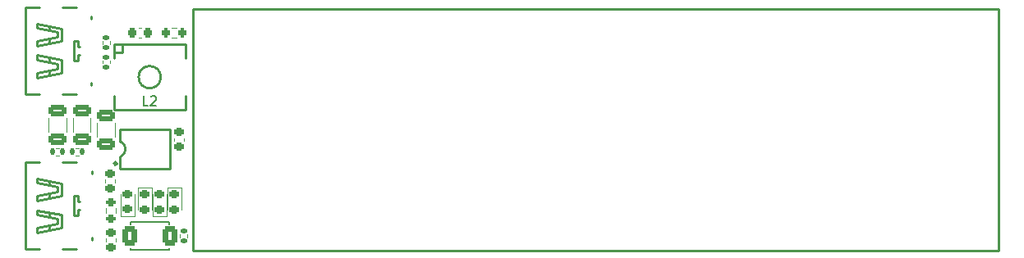
<source format=gbr>
%TF.GenerationSoftware,KiCad,Pcbnew,9.0.6*%
%TF.CreationDate,2026-02-27T22:21:18+08:00*%
%TF.ProjectId,minipower,6d696e69-706f-4776-9572-2e6b69636164,rev?*%
%TF.SameCoordinates,Original*%
%TF.FileFunction,Legend,Top*%
%TF.FilePolarity,Positive*%
%FSLAX46Y46*%
G04 Gerber Fmt 4.6, Leading zero omitted, Abs format (unit mm)*
G04 Created by KiCad (PCBNEW 9.0.6) date 2026-02-27 22:21:18*
%MOMM*%
%LPD*%
G01*
G04 APERTURE LIST*
G04 Aperture macros list*
%AMRoundRect*
0 Rectangle with rounded corners*
0 $1 Rounding radius*
0 $2 $3 $4 $5 $6 $7 $8 $9 X,Y pos of 4 corners*
0 Add a 4 corners polygon primitive as box body*
4,1,4,$2,$3,$4,$5,$6,$7,$8,$9,$2,$3,0*
0 Add four circle primitives for the rounded corners*
1,1,$1+$1,$2,$3*
1,1,$1+$1,$4,$5*
1,1,$1+$1,$6,$7*
1,1,$1+$1,$8,$9*
0 Add four rect primitives between the rounded corners*
20,1,$1+$1,$2,$3,$4,$5,0*
20,1,$1+$1,$4,$5,$6,$7,0*
20,1,$1+$1,$6,$7,$8,$9,0*
20,1,$1+$1,$8,$9,$2,$3,0*%
G04 Aperture macros list end*
%ADD10C,0.150000*%
%ADD11C,0.254000*%
%ADD12C,0.254001*%
%ADD13C,0.059995*%
%ADD14C,0.120000*%
%ADD15C,0.127000*%
%ADD16C,0.250000*%
%ADD17R,0.600000X1.200000*%
%ADD18R,3.300000X2.400000*%
%ADD19R,2.000000X3.400000*%
%ADD20RoundRect,0.225000X-0.250000X0.225000X-0.250000X-0.225000X0.250000X-0.225000X0.250000X0.225000X0*%
%ADD21RoundRect,0.250000X-0.650000X0.325000X-0.650000X-0.325000X0.650000X-0.325000X0.650000X0.325000X0*%
%ADD22RoundRect,0.225000X0.250000X-0.225000X0.250000X0.225000X-0.250000X0.225000X-0.250000X-0.225000X0*%
%ADD23RoundRect,0.287778X-0.489222X-0.714222X0.489222X-0.714222X0.489222X0.714222X-0.489222X0.714222X0*%
%ADD24O,1.900000X1.100000*%
%ADD25R,1.200000X0.700000*%
%ADD26R,1.200000X0.800000*%
%ADD27RoundRect,0.135000X-0.135000X-0.185000X0.135000X-0.185000X0.135000X0.185000X-0.135000X0.185000X0*%
%ADD28RoundRect,0.225000X0.225000X0.250000X-0.225000X0.250000X-0.225000X-0.250000X0.225000X-0.250000X0*%
%ADD29RoundRect,0.200000X-0.275000X0.200000X-0.275000X-0.200000X0.275000X-0.200000X0.275000X0.200000X0*%
%ADD30RoundRect,0.135000X-0.185000X0.135000X-0.185000X-0.135000X0.185000X-0.135000X0.185000X0.135000X0*%
%ADD31RoundRect,0.218750X-0.256250X0.218750X-0.256250X-0.218750X0.256250X-0.218750X0.256250X0.218750X0*%
%ADD32RoundRect,0.218750X0.256250X-0.218750X0.256250X0.218750X-0.256250X0.218750X-0.256250X-0.218750X0*%
%ADD33RoundRect,0.135000X0.135000X0.185000X-0.135000X0.185000X-0.135000X-0.185000X0.135000X-0.185000X0*%
%ADD34O,1.500000X4.200000*%
%ADD35RoundRect,0.135000X0.185000X-0.135000X0.185000X0.135000X-0.185000X0.135000X-0.185000X-0.135000X0*%
%ADD36RoundRect,0.200000X0.200000X0.275000X-0.200000X0.275000X-0.200000X-0.275000X0.200000X-0.275000X0*%
G04 APERTURE END LIST*
D10*
X108833333Y-59522319D02*
X108357143Y-59522319D01*
X108357143Y-59522319D02*
X108357143Y-58522319D01*
X109119048Y-58617557D02*
X109166667Y-58569938D01*
X109166667Y-58569938D02*
X109261905Y-58522319D01*
X109261905Y-58522319D02*
X109500000Y-58522319D01*
X109500000Y-58522319D02*
X109595238Y-58569938D01*
X109595238Y-58569938D02*
X109642857Y-58617557D01*
X109642857Y-58617557D02*
X109690476Y-58712795D01*
X109690476Y-58712795D02*
X109690476Y-58808033D01*
X109690476Y-58808033D02*
X109642857Y-58950890D01*
X109642857Y-58950890D02*
X109071429Y-59522319D01*
X109071429Y-59522319D02*
X109690476Y-59522319D01*
D11*
%TO.C,U1*%
X105950000Y-61950000D02*
X111050000Y-61950000D01*
X105950000Y-63200000D02*
X105950000Y-61950000D01*
X105950000Y-64800000D02*
X105950000Y-66050000D01*
X111050000Y-61950000D02*
X111050000Y-66050000D01*
X111050000Y-66050000D02*
X105950000Y-66050000D01*
X106000000Y-63200000D02*
G75*
G02*
X106000000Y-64800000I-375000J-800000D01*
G01*
X105640000Y-65500000D02*
G75*
G02*
X105300000Y-65500000I-170000J0D01*
G01*
X105300000Y-65500000D02*
G75*
G02*
X105640000Y-65500000I170000J0D01*
G01*
D12*
%TO.C,L2*%
X105300000Y-53167500D02*
X105300000Y-54636360D01*
X105300000Y-53167500D02*
X112700000Y-53167500D01*
X105300000Y-58498640D02*
X105300000Y-59967500D01*
X106205994Y-53265493D02*
X106205994Y-54027495D01*
X106205994Y-54027495D02*
X105443993Y-54027495D01*
X112700000Y-53167500D02*
X112700000Y-54636360D01*
X112700000Y-58498640D02*
X112700000Y-59967500D01*
X112700508Y-59967500D02*
X105300508Y-59967500D01*
D13*
X105479985Y-59817513D02*
G75*
G02*
X105419989Y-59817513I-29998J0D01*
G01*
X105419989Y-59817513D02*
G75*
G02*
X105479985Y-59817513I29998J0D01*
G01*
D12*
X110143256Y-56567500D02*
G75*
G02*
X107857252Y-56567500I-1143002J0D01*
G01*
X107857252Y-56567500D02*
G75*
G02*
X110143256Y-56567500I1143002J0D01*
G01*
D14*
X107000000Y-58167500D02*
X105449987Y-58167500D01*
X105449987Y-54967500D01*
X107000000Y-54967500D01*
X107000000Y-58167500D01*
G36*
X107000000Y-58167500D02*
G01*
X105449987Y-58167500D01*
X105449987Y-54967500D01*
X107000000Y-54967500D01*
X107000000Y-58167500D01*
G37*
X112550013Y-58167500D02*
X111000000Y-58167500D01*
X111000000Y-54967500D01*
X112550013Y-54967500D01*
X112550013Y-58167500D01*
G36*
X112550013Y-58167500D02*
G01*
X111000000Y-58167500D01*
X111000000Y-54967500D01*
X112550013Y-54967500D01*
X112550013Y-58167500D01*
G37*
%TO.C,C6*%
X104490000Y-73265420D02*
X104490000Y-73546580D01*
X105510000Y-73265420D02*
X105510000Y-73546580D01*
%TO.C,C5*%
X98590000Y-60788748D02*
X98590000Y-62211252D01*
X100410000Y-60788748D02*
X100410000Y-62211252D01*
%TO.C,C2*%
X111546000Y-62859420D02*
X111546000Y-63140580D01*
X112566000Y-62859420D02*
X112566000Y-63140580D01*
%TO.C,C1*%
X104392000Y-67450580D02*
X104392000Y-67169420D01*
X105412000Y-67450580D02*
X105412000Y-67169420D01*
D15*
%TO.C,S1*%
X107000000Y-71550000D02*
X111000000Y-71550000D01*
X107000000Y-71780000D02*
X107000000Y-71550000D01*
X107000000Y-74450000D02*
X107000000Y-74220000D01*
X111000000Y-71550000D02*
X111000000Y-71780000D01*
X111000000Y-74450000D02*
X107000000Y-74450000D01*
X111000000Y-74450000D02*
X111000000Y-74220000D01*
D16*
%TO.C,U2*%
X96212500Y-65351000D02*
X96212500Y-74353000D01*
X96212500Y-74353000D02*
X97612000Y-74353000D01*
D11*
X97380000Y-67034500D02*
X99881500Y-67532000D01*
X97380000Y-67509500D02*
X97380000Y-67034500D01*
X97380000Y-68837500D02*
X99480500Y-68439000D01*
X97380000Y-69333000D02*
X97380000Y-68837500D01*
X97385000Y-70311000D02*
X99887000Y-70809000D01*
X97385000Y-70786000D02*
X97385000Y-70311000D01*
X97385000Y-72114500D02*
X99485500Y-71715500D01*
X97385000Y-72610000D02*
X97385000Y-72114500D01*
D16*
X97612000Y-65351000D02*
X97634500Y-65351000D01*
X97634500Y-65351000D02*
X96212500Y-65351000D01*
D11*
X98680500Y-67334000D02*
X98680500Y-67733000D01*
X98680500Y-68633500D02*
X98680500Y-69033500D01*
X98685500Y-70611000D02*
X98685500Y-71009500D01*
X98685500Y-71910000D02*
X98685500Y-72310000D01*
X99480500Y-67910500D02*
X97380000Y-67509500D01*
X99480500Y-68439000D02*
X99480500Y-67910500D01*
X99485500Y-71187500D02*
X97385000Y-70786000D01*
X99485500Y-71715500D02*
X99485500Y-71187500D01*
X99881500Y-67532000D02*
X99881500Y-68832500D01*
X99881500Y-68832500D02*
X97380000Y-69333000D01*
X99887000Y-70809000D02*
X99887000Y-72109500D01*
X99887000Y-72109500D02*
X97385000Y-72610000D01*
D16*
X100013000Y-74352000D02*
X101463000Y-74352000D01*
X101213000Y-68842000D02*
X101213000Y-70862000D01*
X101213000Y-68852000D02*
X101613000Y-68852000D01*
X101213000Y-70852000D02*
X101613000Y-70852000D01*
X101413000Y-65352000D02*
X99970500Y-65352000D01*
X101413000Y-65352000D02*
X101455000Y-65352000D01*
X101613000Y-68852000D02*
X101613000Y-69452000D01*
X101613000Y-69452000D02*
X101813000Y-69452000D01*
X101613000Y-70252000D02*
X101813000Y-70252000D01*
X101613000Y-70852000D02*
X101613000Y-70252000D01*
X103013000Y-66311000D02*
X103013000Y-66523000D01*
X103013000Y-73181000D02*
X103013000Y-73393000D01*
D14*
%TO.C,R6*%
X101346359Y-63882000D02*
X101653641Y-63882000D01*
X101346359Y-64642000D02*
X101653641Y-64642000D01*
%TO.C,C7*%
X108140580Y-51490000D02*
X107859420Y-51490000D01*
X108140580Y-52510000D02*
X107859420Y-52510000D01*
%TO.C,R3*%
X104477500Y-70120742D02*
X104477500Y-70595258D01*
X105522500Y-70120742D02*
X105522500Y-70595258D01*
%TO.C,R1*%
X112120000Y-72846359D02*
X112120000Y-73153641D01*
X112880000Y-72846359D02*
X112880000Y-73153641D01*
%TO.C,D2*%
X107765000Y-67963000D02*
X107765000Y-70248000D01*
X109235000Y-67963000D02*
X107765000Y-67963000D01*
X109235000Y-70248000D02*
X109235000Y-67963000D01*
%TO.C,D1*%
X105987000Y-68622500D02*
X105987000Y-70907500D01*
X105987000Y-70907500D02*
X107457000Y-70907500D01*
X107457000Y-70907500D02*
X107457000Y-68622500D01*
%TO.C,R5*%
X99653641Y-63882000D02*
X99346359Y-63882000D01*
X99653641Y-64642000D02*
X99346359Y-64642000D01*
%TO.C,R7*%
X104120000Y-54846359D02*
X104120000Y-55153641D01*
X104880000Y-54846359D02*
X104880000Y-55153641D01*
D11*
%TO.C,U6*%
X113500000Y-49500000D02*
X113500000Y-74500000D01*
X113500000Y-49500000D02*
X196500000Y-49500000D01*
X113500000Y-74500000D02*
X196500000Y-74500000D01*
X196500000Y-49500000D02*
X196500000Y-74500000D01*
D14*
%TO.C,D4*%
X110813000Y-67963000D02*
X110813000Y-70248000D01*
X112283000Y-67963000D02*
X110813000Y-67963000D01*
X112283000Y-70248000D02*
X112283000Y-67963000D01*
%TO.C,C4*%
X101090000Y-60788748D02*
X101090000Y-62211252D01*
X102910000Y-60788748D02*
X102910000Y-62211252D01*
%TO.C,D3*%
X109289000Y-68648000D02*
X109289000Y-70933000D01*
X109289000Y-70933000D02*
X110759000Y-70933000D01*
X110759000Y-70933000D02*
X110759000Y-68648000D01*
%TO.C,R8*%
X104120000Y-53153641D02*
X104120000Y-52846359D01*
X104880000Y-53153641D02*
X104880000Y-52846359D01*
%TO.C,R4*%
X111737258Y-51477500D02*
X111262742Y-51477500D01*
X111737258Y-52522500D02*
X111262742Y-52522500D01*
D16*
%TO.C,U3*%
X96205500Y-49345000D02*
X96205500Y-58347000D01*
X96205500Y-58347000D02*
X97605000Y-58347000D01*
D11*
X97373000Y-51028500D02*
X99874500Y-51526000D01*
X97373000Y-51503500D02*
X97373000Y-51028500D01*
X97373000Y-52831500D02*
X99473500Y-52433000D01*
X97373000Y-53327000D02*
X97373000Y-52831500D01*
X97378000Y-54305000D02*
X99880000Y-54803000D01*
X97378000Y-54780000D02*
X97378000Y-54305000D01*
X97378000Y-56108500D02*
X99478500Y-55709500D01*
X97378000Y-56604000D02*
X97378000Y-56108500D01*
D16*
X97605000Y-49345000D02*
X97627500Y-49345000D01*
X97627500Y-49345000D02*
X96205500Y-49345000D01*
D11*
X98673500Y-51328000D02*
X98673500Y-51727000D01*
X98673500Y-52627500D02*
X98673500Y-53027500D01*
X98678500Y-54605000D02*
X98678500Y-55003500D01*
X98678500Y-55904000D02*
X98678500Y-56304000D01*
X99473500Y-51904500D02*
X97373000Y-51503500D01*
X99473500Y-52433000D02*
X99473500Y-51904500D01*
X99478500Y-55181500D02*
X97378000Y-54780000D01*
X99478500Y-55709500D02*
X99478500Y-55181500D01*
X99874500Y-51526000D02*
X99874500Y-52826500D01*
X99874500Y-52826500D02*
X97373000Y-53327000D01*
X99880000Y-54803000D02*
X99880000Y-56103500D01*
X99880000Y-56103500D02*
X97378000Y-56604000D01*
D16*
X100006000Y-58346000D02*
X101456000Y-58346000D01*
X101206000Y-52836000D02*
X101206000Y-54856000D01*
X101206000Y-52846000D02*
X101606000Y-52846000D01*
X101206000Y-54846000D02*
X101606000Y-54846000D01*
X101406000Y-49346000D02*
X99963500Y-49346000D01*
X101406000Y-49346000D02*
X101448000Y-49346000D01*
X101606000Y-52846000D02*
X101606000Y-53446000D01*
X101606000Y-53446000D02*
X101806000Y-53446000D01*
X101606000Y-54246000D02*
X101806000Y-54246000D01*
X101606000Y-54846000D02*
X101606000Y-54246000D01*
X103006000Y-50305000D02*
X103006000Y-50517000D01*
X103006000Y-57175000D02*
X103006000Y-57387000D01*
D14*
%TO.C,C3*%
X103590000Y-61288748D02*
X103590000Y-62711252D01*
X105410000Y-61288748D02*
X105410000Y-62711252D01*
%TD*%
%LPC*%
D17*
%TO.C,U1*%
X106595000Y-66908500D03*
X107865000Y-66908500D03*
X109135000Y-66908500D03*
X110405000Y-66908500D03*
X110405000Y-61091500D03*
X109135000Y-61091500D03*
X107865000Y-61091500D03*
X106595000Y-61091500D03*
D18*
X108500000Y-64000000D03*
%TD*%
D19*
%TO.C,L2*%
X106199898Y-56567500D03*
X111800102Y-56567500D03*
%TD*%
D20*
%TO.C,C6*%
X105000000Y-72631000D03*
X105000000Y-74181000D03*
%TD*%
D21*
%TO.C,C5*%
X99500000Y-60025000D03*
X99500000Y-62975000D03*
%TD*%
D20*
%TO.C,C2*%
X112056000Y-62225000D03*
X112056000Y-63775000D03*
%TD*%
D22*
%TO.C,C1*%
X104902000Y-68085000D03*
X104902000Y-66535000D03*
%TD*%
D23*
%TO.C,S1*%
X106925000Y-73000000D03*
X111075000Y-73000000D03*
%TD*%
D24*
%TO.C,U2*%
X102613000Y-65532000D03*
X98813000Y-65532000D03*
X102613000Y-74172000D03*
X98813000Y-74172000D03*
D25*
X102863000Y-69352000D03*
X102863000Y-71352000D03*
D26*
X102863000Y-72552000D03*
D25*
X102863000Y-70352000D03*
X102863000Y-68352000D03*
D26*
X102863000Y-67152000D03*
%TD*%
D27*
%TO.C,R6*%
X100990000Y-64262000D03*
X102010000Y-64262000D03*
%TD*%
D28*
%TO.C,C7*%
X108775000Y-52000000D03*
X107225000Y-52000000D03*
%TD*%
D29*
%TO.C,R3*%
X105000000Y-69533000D03*
X105000000Y-71183000D03*
%TD*%
D30*
%TO.C,R1*%
X112500000Y-72490000D03*
X112500000Y-73510000D03*
%TD*%
D31*
%TO.C,D2*%
X108500000Y-68660500D03*
X108500000Y-70235500D03*
%TD*%
D32*
%TO.C,D1*%
X106722000Y-70210000D03*
X106722000Y-68635000D03*
%TD*%
D33*
%TO.C,R5*%
X100010000Y-64262000D03*
X98990000Y-64262000D03*
%TD*%
D30*
%TO.C,R7*%
X104500000Y-54490000D03*
X104500000Y-55510000D03*
%TD*%
D34*
%TO.C,U6*%
X115000000Y-62000000D03*
X195000000Y-62000000D03*
%TD*%
D31*
%TO.C,D4*%
X111548000Y-68660500D03*
X111548000Y-70235500D03*
%TD*%
D21*
%TO.C,C4*%
X102000000Y-60025000D03*
X102000000Y-62975000D03*
%TD*%
D32*
%TO.C,D3*%
X110024000Y-70235500D03*
X110024000Y-68660500D03*
%TD*%
D35*
%TO.C,R8*%
X104500000Y-53510000D03*
X104500000Y-52490000D03*
%TD*%
D36*
%TO.C,R4*%
X112325000Y-52000000D03*
X110675000Y-52000000D03*
%TD*%
D24*
%TO.C,U3*%
X102606000Y-49526000D03*
X98806000Y-49526000D03*
X102606000Y-58166000D03*
X98806000Y-58166000D03*
D25*
X102856000Y-53346000D03*
X102856000Y-55346000D03*
D26*
X102856000Y-56546000D03*
D25*
X102856000Y-54346000D03*
X102856000Y-52346000D03*
D26*
X102856000Y-51146000D03*
%TD*%
D21*
%TO.C,C3*%
X104500000Y-60525000D03*
X104500000Y-63475000D03*
%TD*%
%LPD*%
M02*

</source>
